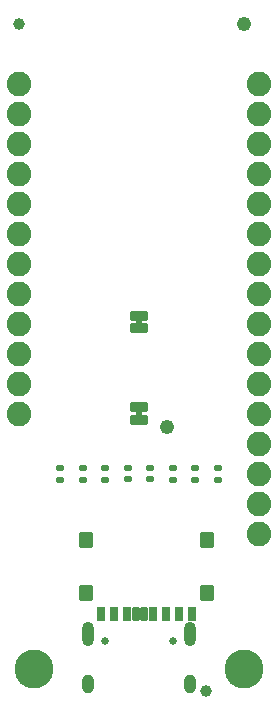
<source format=gbs>
%TF.GenerationSoftware,KiCad,Pcbnew,7.0.6*%
%TF.CreationDate,2023-12-06T13:06:40-07:00*%
%TF.ProjectId,SparkFun_Thing_Plus_ESP32-S3,53706172-6b46-4756-9e5f-5468696e675f,rev?*%
%TF.SameCoordinates,Original*%
%TF.FileFunction,Soldermask,Bot*%
%TF.FilePolarity,Negative*%
%FSLAX46Y46*%
G04 Gerber Fmt 4.6, Leading zero omitted, Abs format (unit mm)*
G04 Created by KiCad (PCBNEW 7.0.6) date 2023-12-06 13:06:40*
%MOMM*%
%LPD*%
G01*
G04 APERTURE LIST*
G04 Aperture macros list*
%AMRoundRect*
0 Rectangle with rounded corners*
0 $1 Rounding radius*
0 $2 $3 $4 $5 $6 $7 $8 $9 X,Y pos of 4 corners*
0 Add a 4 corners polygon primitive as box body*
4,1,4,$2,$3,$4,$5,$6,$7,$8,$9,$2,$3,0*
0 Add four circle primitives for the rounded corners*
1,1,$1+$1,$2,$3*
1,1,$1+$1,$4,$5*
1,1,$1+$1,$6,$7*
1,1,$1+$1,$8,$9*
0 Add four rect primitives between the rounded corners*
20,1,$1+$1,$2,$3,$4,$5,0*
20,1,$1+$1,$4,$5,$6,$7,0*
20,1,$1+$1,$6,$7,$8,$9,0*
20,1,$1+$1,$8,$9,$2,$3,0*%
G04 Aperture macros list end*
%ADD10C,0.650000*%
%ADD11O,1.000000X1.600000*%
%ADD12O,1.000000X2.100000*%
%ADD13C,3.302000*%
%ADD14C,2.082800*%
%ADD15RoundRect,0.609600X0.000000X0.000000X0.000000X0.000000X0.000000X0.000000X0.000000X0.000000X0*%
%ADD16RoundRect,0.101600X-0.635000X0.330200X-0.635000X-0.330200X0.635000X-0.330200X0.635000X0.330200X0*%
%ADD17RoundRect,0.135000X-0.185000X0.135000X-0.185000X-0.135000X0.185000X-0.135000X0.185000X0.135000X0*%
%ADD18RoundRect,0.140000X0.170000X-0.140000X0.170000X0.140000X-0.170000X0.140000X-0.170000X-0.140000X0*%
%ADD19RoundRect,0.101600X-0.250000X-0.500000X0.250000X-0.500000X0.250000X0.500000X-0.250000X0.500000X0*%
%ADD20RoundRect,0.095000X-0.250000X-0.500000X0.250000X-0.500000X0.250000X0.500000X-0.250000X0.500000X0*%
%ADD21RoundRect,0.101600X-0.475000X-0.600000X0.475000X-0.600000X0.475000X0.600000X-0.475000X0.600000X0*%
%ADD22C,1.000000*%
%ADD23RoundRect,0.101600X0.635000X-0.330200X0.635000X0.330200X-0.635000X0.330200X-0.635000X-0.330200X0*%
G04 APERTURE END LIST*
%TO.C,JP1*%
G36*
X11670500Y23876000D02*
G01*
X11189500Y23876000D01*
X11189500Y24384000D01*
X11670500Y24384000D01*
X11670500Y23876000D01*
G37*
%TO.C,JP4*%
G36*
X11670500Y31610300D02*
G01*
X11189500Y31610300D01*
X11189500Y32118300D01*
X11670500Y32118300D01*
X11670500Y31610300D01*
G37*
%TD*%
D10*
%TO.C,J1*%
X8540000Y4901250D03*
X14320000Y4901250D03*
D11*
X7112000Y1251250D03*
D12*
X7112000Y5431250D03*
X15748000Y5431250D03*
D11*
X15748000Y1251250D03*
%TD*%
D13*
%TO.C,ST1*%
X2540000Y2540000D03*
%TD*%
D14*
%TO.C,U10*%
X1270000Y52070000D03*
X1270000Y49530000D03*
X1270000Y46990000D03*
X1270000Y44450000D03*
X1270000Y41910000D03*
X1270000Y39370000D03*
X1270000Y36830000D03*
X1270000Y34290000D03*
X1270000Y31750000D03*
X1270000Y29210000D03*
X1270000Y26670000D03*
X1270000Y24130000D03*
X21590000Y52070000D03*
X21590000Y49530000D03*
X21590000Y46990000D03*
X21590000Y44450000D03*
X21590000Y41910000D03*
X21590000Y39370000D03*
X21590000Y36830000D03*
X21590000Y34290000D03*
X21590000Y31750000D03*
X21590000Y29210000D03*
X21590000Y26670000D03*
X21590000Y24130000D03*
X21590000Y21590000D03*
X21590000Y19050000D03*
X21590000Y16510000D03*
X21590000Y13970000D03*
%TD*%
D13*
%TO.C,ST3*%
X20320000Y2540000D03*
%TD*%
D15*
%TO.C,TP2*%
X13811250Y23018750D03*
%TD*%
D16*
%TO.C,JP1*%
X11430000Y24650700D03*
X11430000Y23609300D03*
%TD*%
D17*
%TO.C,R3*%
X16192500Y19560000D03*
X16192500Y18540000D03*
%TD*%
D18*
%TO.C,C5*%
X12382500Y18570000D03*
X12382500Y19530000D03*
%TD*%
D17*
%TO.C,R6*%
X6667500Y19560000D03*
X6667500Y18540000D03*
%TD*%
D19*
%TO.C,J2*%
X8215000Y7201000D03*
X9315000Y7201000D03*
X10415000Y7201000D03*
D20*
X11165000Y7201000D03*
D19*
X12615000Y7201000D03*
X13715000Y7201000D03*
X14815000Y7201000D03*
X15915000Y7201000D03*
D20*
X11865000Y7201000D03*
D21*
X17165000Y8951000D03*
X17165000Y13401000D03*
X6965000Y8951000D03*
X6965000Y13401000D03*
%TD*%
D17*
%TO.C,R2*%
X14287500Y19560000D03*
X14287500Y18540000D03*
%TD*%
%TO.C,R5*%
X4762500Y19560000D03*
X4762500Y18540000D03*
%TD*%
%TO.C,R4*%
X18097500Y19560000D03*
X18097500Y18540000D03*
%TD*%
D22*
%TO.C,FID2*%
X1270000Y57150000D03*
%TD*%
%TO.C,FID1*%
X17145000Y635000D03*
%TD*%
D17*
%TO.C,R1*%
X8572500Y19560000D03*
X8572500Y18540000D03*
%TD*%
D15*
%TO.C,TP1*%
X20320000Y57150000D03*
%TD*%
D18*
%TO.C,C4*%
X10477500Y18570000D03*
X10477500Y19530000D03*
%TD*%
D23*
%TO.C,JP4*%
X11430000Y31343600D03*
X11430000Y32385000D03*
%TD*%
M02*

</source>
